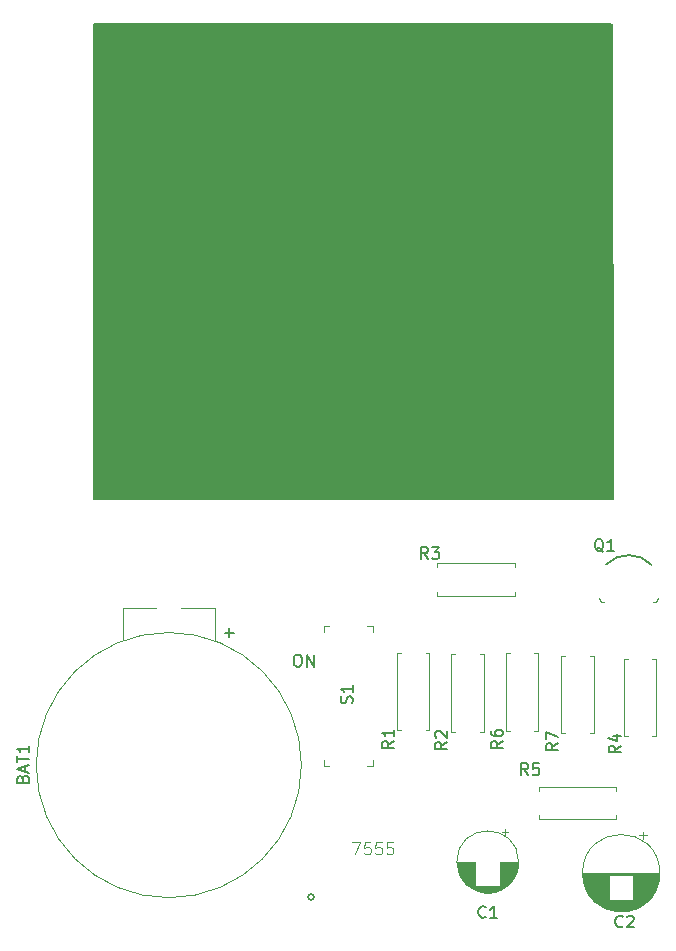
<source format=gbr>
%TF.GenerationSoftware,KiCad,Pcbnew,7.0.6*%
%TF.CreationDate,2024-05-29T23:10:09-05:00*%
%TF.ProjectId,My_kikad,4d795f6b-696b-4616-942e-6b696361645f,V01*%
%TF.SameCoordinates,Original*%
%TF.FileFunction,Legend,Top*%
%TF.FilePolarity,Positive*%
%FSLAX46Y46*%
G04 Gerber Fmt 4.6, Leading zero omitted, Abs format (unit mm)*
G04 Created by KiCad (PCBNEW 7.0.6) date 2024-05-29 23:10:09*
%MOMM*%
%LPD*%
G01*
G04 APERTURE LIST*
%ADD10C,0.150000*%
%ADD11C,0.100000*%
%ADD12C,0.120000*%
%ADD13C,0.203200*%
G04 APERTURE END LIST*
D10*
X143136779Y-101688866D02*
X143898684Y-101688866D01*
X143517731Y-102069819D02*
X143517731Y-101307914D01*
X149227255Y-103569819D02*
X149417731Y-103569819D01*
X149417731Y-103569819D02*
X149512969Y-103617438D01*
X149512969Y-103617438D02*
X149608207Y-103712676D01*
X149608207Y-103712676D02*
X149655826Y-103903152D01*
X149655826Y-103903152D02*
X149655826Y-104236485D01*
X149655826Y-104236485D02*
X149608207Y-104426961D01*
X149608207Y-104426961D02*
X149512969Y-104522200D01*
X149512969Y-104522200D02*
X149417731Y-104569819D01*
X149417731Y-104569819D02*
X149227255Y-104569819D01*
X149227255Y-104569819D02*
X149132017Y-104522200D01*
X149132017Y-104522200D02*
X149036779Y-104426961D01*
X149036779Y-104426961D02*
X148989160Y-104236485D01*
X148989160Y-104236485D02*
X148989160Y-103903152D01*
X148989160Y-103903152D02*
X149036779Y-103712676D01*
X149036779Y-103712676D02*
X149132017Y-103617438D01*
X149132017Y-103617438D02*
X149227255Y-103569819D01*
X150084398Y-104569819D02*
X150084398Y-103569819D01*
X150084398Y-103569819D02*
X150655826Y-104569819D01*
X150655826Y-104569819D02*
X150655826Y-103569819D01*
X161954819Y-110966666D02*
X161478628Y-111299999D01*
X161954819Y-111538094D02*
X160954819Y-111538094D01*
X160954819Y-111538094D02*
X160954819Y-111157142D01*
X160954819Y-111157142D02*
X161002438Y-111061904D01*
X161002438Y-111061904D02*
X161050057Y-111014285D01*
X161050057Y-111014285D02*
X161145295Y-110966666D01*
X161145295Y-110966666D02*
X161288152Y-110966666D01*
X161288152Y-110966666D02*
X161383390Y-111014285D01*
X161383390Y-111014285D02*
X161431009Y-111061904D01*
X161431009Y-111061904D02*
X161478628Y-111157142D01*
X161478628Y-111157142D02*
X161478628Y-111538094D01*
X161050057Y-110585713D02*
X161002438Y-110538094D01*
X161002438Y-110538094D02*
X160954819Y-110442856D01*
X160954819Y-110442856D02*
X160954819Y-110204761D01*
X160954819Y-110204761D02*
X161002438Y-110109523D01*
X161002438Y-110109523D02*
X161050057Y-110061904D01*
X161050057Y-110061904D02*
X161145295Y-110014285D01*
X161145295Y-110014285D02*
X161240533Y-110014285D01*
X161240533Y-110014285D02*
X161383390Y-110061904D01*
X161383390Y-110061904D02*
X161954819Y-110633332D01*
X161954819Y-110633332D02*
X161954819Y-110014285D01*
X160594819Y-72708094D02*
X159594819Y-72708094D01*
X159594819Y-72708094D02*
X159594819Y-72469999D01*
X159594819Y-72469999D02*
X159642438Y-72327142D01*
X159642438Y-72327142D02*
X159737676Y-72231904D01*
X159737676Y-72231904D02*
X159832914Y-72184285D01*
X159832914Y-72184285D02*
X160023390Y-72136666D01*
X160023390Y-72136666D02*
X160166247Y-72136666D01*
X160166247Y-72136666D02*
X160356723Y-72184285D01*
X160356723Y-72184285D02*
X160451961Y-72231904D01*
X160451961Y-72231904D02*
X160547200Y-72327142D01*
X160547200Y-72327142D02*
X160594819Y-72469999D01*
X160594819Y-72469999D02*
X160594819Y-72708094D01*
X159690057Y-71755713D02*
X159642438Y-71708094D01*
X159642438Y-71708094D02*
X159594819Y-71612856D01*
X159594819Y-71612856D02*
X159594819Y-71374761D01*
X159594819Y-71374761D02*
X159642438Y-71279523D01*
X159642438Y-71279523D02*
X159690057Y-71231904D01*
X159690057Y-71231904D02*
X159785295Y-71184285D01*
X159785295Y-71184285D02*
X159880533Y-71184285D01*
X159880533Y-71184285D02*
X160023390Y-71231904D01*
X160023390Y-71231904D02*
X160594819Y-71803332D01*
X160594819Y-71803332D02*
X160594819Y-71184285D01*
X160333333Y-95454819D02*
X160000000Y-94978628D01*
X159761905Y-95454819D02*
X159761905Y-94454819D01*
X159761905Y-94454819D02*
X160142857Y-94454819D01*
X160142857Y-94454819D02*
X160238095Y-94502438D01*
X160238095Y-94502438D02*
X160285714Y-94550057D01*
X160285714Y-94550057D02*
X160333333Y-94645295D01*
X160333333Y-94645295D02*
X160333333Y-94788152D01*
X160333333Y-94788152D02*
X160285714Y-94883390D01*
X160285714Y-94883390D02*
X160238095Y-94931009D01*
X160238095Y-94931009D02*
X160142857Y-94978628D01*
X160142857Y-94978628D02*
X159761905Y-94978628D01*
X160666667Y-94454819D02*
X161285714Y-94454819D01*
X161285714Y-94454819D02*
X160952381Y-94835771D01*
X160952381Y-94835771D02*
X161095238Y-94835771D01*
X161095238Y-94835771D02*
X161190476Y-94883390D01*
X161190476Y-94883390D02*
X161238095Y-94931009D01*
X161238095Y-94931009D02*
X161285714Y-95026247D01*
X161285714Y-95026247D02*
X161285714Y-95264342D01*
X161285714Y-95264342D02*
X161238095Y-95359580D01*
X161238095Y-95359580D02*
X161190476Y-95407200D01*
X161190476Y-95407200D02*
X161095238Y-95454819D01*
X161095238Y-95454819D02*
X160809524Y-95454819D01*
X160809524Y-95454819D02*
X160714286Y-95407200D01*
X160714286Y-95407200D02*
X160666667Y-95359580D01*
X176654819Y-111266666D02*
X176178628Y-111599999D01*
X176654819Y-111838094D02*
X175654819Y-111838094D01*
X175654819Y-111838094D02*
X175654819Y-111457142D01*
X175654819Y-111457142D02*
X175702438Y-111361904D01*
X175702438Y-111361904D02*
X175750057Y-111314285D01*
X175750057Y-111314285D02*
X175845295Y-111266666D01*
X175845295Y-111266666D02*
X175988152Y-111266666D01*
X175988152Y-111266666D02*
X176083390Y-111314285D01*
X176083390Y-111314285D02*
X176131009Y-111361904D01*
X176131009Y-111361904D02*
X176178628Y-111457142D01*
X176178628Y-111457142D02*
X176178628Y-111838094D01*
X175988152Y-110409523D02*
X176654819Y-110409523D01*
X175607200Y-110647618D02*
X176321485Y-110885713D01*
X176321485Y-110885713D02*
X176321485Y-110266666D01*
D11*
X153938095Y-119457419D02*
X154604761Y-119457419D01*
X154604761Y-119457419D02*
X154176190Y-120457419D01*
X155461904Y-119457419D02*
X154985714Y-119457419D01*
X154985714Y-119457419D02*
X154938095Y-119933609D01*
X154938095Y-119933609D02*
X154985714Y-119885990D01*
X154985714Y-119885990D02*
X155080952Y-119838371D01*
X155080952Y-119838371D02*
X155319047Y-119838371D01*
X155319047Y-119838371D02*
X155414285Y-119885990D01*
X155414285Y-119885990D02*
X155461904Y-119933609D01*
X155461904Y-119933609D02*
X155509523Y-120028847D01*
X155509523Y-120028847D02*
X155509523Y-120266942D01*
X155509523Y-120266942D02*
X155461904Y-120362180D01*
X155461904Y-120362180D02*
X155414285Y-120409800D01*
X155414285Y-120409800D02*
X155319047Y-120457419D01*
X155319047Y-120457419D02*
X155080952Y-120457419D01*
X155080952Y-120457419D02*
X154985714Y-120409800D01*
X154985714Y-120409800D02*
X154938095Y-120362180D01*
X156414285Y-119457419D02*
X155938095Y-119457419D01*
X155938095Y-119457419D02*
X155890476Y-119933609D01*
X155890476Y-119933609D02*
X155938095Y-119885990D01*
X155938095Y-119885990D02*
X156033333Y-119838371D01*
X156033333Y-119838371D02*
X156271428Y-119838371D01*
X156271428Y-119838371D02*
X156366666Y-119885990D01*
X156366666Y-119885990D02*
X156414285Y-119933609D01*
X156414285Y-119933609D02*
X156461904Y-120028847D01*
X156461904Y-120028847D02*
X156461904Y-120266942D01*
X156461904Y-120266942D02*
X156414285Y-120362180D01*
X156414285Y-120362180D02*
X156366666Y-120409800D01*
X156366666Y-120409800D02*
X156271428Y-120457419D01*
X156271428Y-120457419D02*
X156033333Y-120457419D01*
X156033333Y-120457419D02*
X155938095Y-120409800D01*
X155938095Y-120409800D02*
X155890476Y-120362180D01*
X157366666Y-119457419D02*
X156890476Y-119457419D01*
X156890476Y-119457419D02*
X156842857Y-119933609D01*
X156842857Y-119933609D02*
X156890476Y-119885990D01*
X156890476Y-119885990D02*
X156985714Y-119838371D01*
X156985714Y-119838371D02*
X157223809Y-119838371D01*
X157223809Y-119838371D02*
X157319047Y-119885990D01*
X157319047Y-119885990D02*
X157366666Y-119933609D01*
X157366666Y-119933609D02*
X157414285Y-120028847D01*
X157414285Y-120028847D02*
X157414285Y-120266942D01*
X157414285Y-120266942D02*
X157366666Y-120362180D01*
X157366666Y-120362180D02*
X157319047Y-120409800D01*
X157319047Y-120409800D02*
X157223809Y-120457419D01*
X157223809Y-120457419D02*
X156985714Y-120457419D01*
X156985714Y-120457419D02*
X156890476Y-120409800D01*
X156890476Y-120409800D02*
X156842857Y-120362180D01*
D10*
X126024709Y-114061425D02*
X126072328Y-113918568D01*
X126072328Y-113918568D02*
X126119947Y-113870949D01*
X126119947Y-113870949D02*
X126215185Y-113823330D01*
X126215185Y-113823330D02*
X126358042Y-113823330D01*
X126358042Y-113823330D02*
X126453280Y-113870949D01*
X126453280Y-113870949D02*
X126500900Y-113918568D01*
X126500900Y-113918568D02*
X126548519Y-114013806D01*
X126548519Y-114013806D02*
X126548519Y-114394758D01*
X126548519Y-114394758D02*
X125548519Y-114394758D01*
X125548519Y-114394758D02*
X125548519Y-114061425D01*
X125548519Y-114061425D02*
X125596138Y-113966187D01*
X125596138Y-113966187D02*
X125643757Y-113918568D01*
X125643757Y-113918568D02*
X125738995Y-113870949D01*
X125738995Y-113870949D02*
X125834233Y-113870949D01*
X125834233Y-113870949D02*
X125929471Y-113918568D01*
X125929471Y-113918568D02*
X125977090Y-113966187D01*
X125977090Y-113966187D02*
X126024709Y-114061425D01*
X126024709Y-114061425D02*
X126024709Y-114394758D01*
X126262804Y-113442377D02*
X126262804Y-112966187D01*
X126548519Y-113537615D02*
X125548519Y-113204282D01*
X125548519Y-113204282D02*
X126548519Y-112870949D01*
X125548519Y-112680472D02*
X125548519Y-112109044D01*
X126548519Y-112394758D02*
X125548519Y-112394758D01*
X126548519Y-111251901D02*
X126548519Y-111823329D01*
X126548519Y-111537615D02*
X125548519Y-111537615D01*
X125548519Y-111537615D02*
X125691376Y-111632853D01*
X125691376Y-111632853D02*
X125786614Y-111728091D01*
X125786614Y-111728091D02*
X125834233Y-111823329D01*
X171354819Y-111066666D02*
X170878628Y-111399999D01*
X171354819Y-111638094D02*
X170354819Y-111638094D01*
X170354819Y-111638094D02*
X170354819Y-111257142D01*
X170354819Y-111257142D02*
X170402438Y-111161904D01*
X170402438Y-111161904D02*
X170450057Y-111114285D01*
X170450057Y-111114285D02*
X170545295Y-111066666D01*
X170545295Y-111066666D02*
X170688152Y-111066666D01*
X170688152Y-111066666D02*
X170783390Y-111114285D01*
X170783390Y-111114285D02*
X170831009Y-111161904D01*
X170831009Y-111161904D02*
X170878628Y-111257142D01*
X170878628Y-111257142D02*
X170878628Y-111638094D01*
X170354819Y-110733332D02*
X170354819Y-110066666D01*
X170354819Y-110066666D02*
X171354819Y-110495237D01*
X165233333Y-125759580D02*
X165185714Y-125807200D01*
X165185714Y-125807200D02*
X165042857Y-125854819D01*
X165042857Y-125854819D02*
X164947619Y-125854819D01*
X164947619Y-125854819D02*
X164804762Y-125807200D01*
X164804762Y-125807200D02*
X164709524Y-125711961D01*
X164709524Y-125711961D02*
X164661905Y-125616723D01*
X164661905Y-125616723D02*
X164614286Y-125426247D01*
X164614286Y-125426247D02*
X164614286Y-125283390D01*
X164614286Y-125283390D02*
X164661905Y-125092914D01*
X164661905Y-125092914D02*
X164709524Y-124997676D01*
X164709524Y-124997676D02*
X164804762Y-124902438D01*
X164804762Y-124902438D02*
X164947619Y-124854819D01*
X164947619Y-124854819D02*
X165042857Y-124854819D01*
X165042857Y-124854819D02*
X165185714Y-124902438D01*
X165185714Y-124902438D02*
X165233333Y-124950057D01*
X166185714Y-125854819D02*
X165614286Y-125854819D01*
X165900000Y-125854819D02*
X165900000Y-124854819D01*
X165900000Y-124854819D02*
X165804762Y-124997676D01*
X165804762Y-124997676D02*
X165709524Y-125092914D01*
X165709524Y-125092914D02*
X165614286Y-125140533D01*
X153907200Y-107661904D02*
X153954819Y-107519047D01*
X153954819Y-107519047D02*
X153954819Y-107280952D01*
X153954819Y-107280952D02*
X153907200Y-107185714D01*
X153907200Y-107185714D02*
X153859580Y-107138095D01*
X153859580Y-107138095D02*
X153764342Y-107090476D01*
X153764342Y-107090476D02*
X153669104Y-107090476D01*
X153669104Y-107090476D02*
X153573866Y-107138095D01*
X153573866Y-107138095D02*
X153526247Y-107185714D01*
X153526247Y-107185714D02*
X153478628Y-107280952D01*
X153478628Y-107280952D02*
X153431009Y-107471428D01*
X153431009Y-107471428D02*
X153383390Y-107566666D01*
X153383390Y-107566666D02*
X153335771Y-107614285D01*
X153335771Y-107614285D02*
X153240533Y-107661904D01*
X153240533Y-107661904D02*
X153145295Y-107661904D01*
X153145295Y-107661904D02*
X153050057Y-107614285D01*
X153050057Y-107614285D02*
X153002438Y-107566666D01*
X153002438Y-107566666D02*
X152954819Y-107471428D01*
X152954819Y-107471428D02*
X152954819Y-107233333D01*
X152954819Y-107233333D02*
X153002438Y-107090476D01*
X153954819Y-106138095D02*
X153954819Y-106709523D01*
X153954819Y-106423809D02*
X152954819Y-106423809D01*
X152954819Y-106423809D02*
X153097676Y-106519047D01*
X153097676Y-106519047D02*
X153192914Y-106614285D01*
X153192914Y-106614285D02*
X153240533Y-106709523D01*
X157454819Y-110866666D02*
X156978628Y-111199999D01*
X157454819Y-111438094D02*
X156454819Y-111438094D01*
X156454819Y-111438094D02*
X156454819Y-111057142D01*
X156454819Y-111057142D02*
X156502438Y-110961904D01*
X156502438Y-110961904D02*
X156550057Y-110914285D01*
X156550057Y-110914285D02*
X156645295Y-110866666D01*
X156645295Y-110866666D02*
X156788152Y-110866666D01*
X156788152Y-110866666D02*
X156883390Y-110914285D01*
X156883390Y-110914285D02*
X156931009Y-110961904D01*
X156931009Y-110961904D02*
X156978628Y-111057142D01*
X156978628Y-111057142D02*
X156978628Y-111438094D01*
X157454819Y-109914285D02*
X157454819Y-110485713D01*
X157454819Y-110199999D02*
X156454819Y-110199999D01*
X156454819Y-110199999D02*
X156597676Y-110295237D01*
X156597676Y-110295237D02*
X156692914Y-110390475D01*
X156692914Y-110390475D02*
X156740533Y-110485713D01*
X168833333Y-113754819D02*
X168500000Y-113278628D01*
X168261905Y-113754819D02*
X168261905Y-112754819D01*
X168261905Y-112754819D02*
X168642857Y-112754819D01*
X168642857Y-112754819D02*
X168738095Y-112802438D01*
X168738095Y-112802438D02*
X168785714Y-112850057D01*
X168785714Y-112850057D02*
X168833333Y-112945295D01*
X168833333Y-112945295D02*
X168833333Y-113088152D01*
X168833333Y-113088152D02*
X168785714Y-113183390D01*
X168785714Y-113183390D02*
X168738095Y-113231009D01*
X168738095Y-113231009D02*
X168642857Y-113278628D01*
X168642857Y-113278628D02*
X168261905Y-113278628D01*
X169738095Y-112754819D02*
X169261905Y-112754819D01*
X169261905Y-112754819D02*
X169214286Y-113231009D01*
X169214286Y-113231009D02*
X169261905Y-113183390D01*
X169261905Y-113183390D02*
X169357143Y-113135771D01*
X169357143Y-113135771D02*
X169595238Y-113135771D01*
X169595238Y-113135771D02*
X169690476Y-113183390D01*
X169690476Y-113183390D02*
X169738095Y-113231009D01*
X169738095Y-113231009D02*
X169785714Y-113326247D01*
X169785714Y-113326247D02*
X169785714Y-113564342D01*
X169785714Y-113564342D02*
X169738095Y-113659580D01*
X169738095Y-113659580D02*
X169690476Y-113707200D01*
X169690476Y-113707200D02*
X169595238Y-113754819D01*
X169595238Y-113754819D02*
X169357143Y-113754819D01*
X169357143Y-113754819D02*
X169261905Y-113707200D01*
X169261905Y-113707200D02*
X169214286Y-113659580D01*
X144194819Y-72708094D02*
X143194819Y-72708094D01*
X143194819Y-72708094D02*
X143194819Y-72469999D01*
X143194819Y-72469999D02*
X143242438Y-72327142D01*
X143242438Y-72327142D02*
X143337676Y-72231904D01*
X143337676Y-72231904D02*
X143432914Y-72184285D01*
X143432914Y-72184285D02*
X143623390Y-72136666D01*
X143623390Y-72136666D02*
X143766247Y-72136666D01*
X143766247Y-72136666D02*
X143956723Y-72184285D01*
X143956723Y-72184285D02*
X144051961Y-72231904D01*
X144051961Y-72231904D02*
X144147200Y-72327142D01*
X144147200Y-72327142D02*
X144194819Y-72469999D01*
X144194819Y-72469999D02*
X144194819Y-72708094D01*
X144194819Y-71184285D02*
X144194819Y-71755713D01*
X144194819Y-71469999D02*
X143194819Y-71469999D01*
X143194819Y-71469999D02*
X143337676Y-71565237D01*
X143337676Y-71565237D02*
X143432914Y-71660475D01*
X143432914Y-71660475D02*
X143480533Y-71755713D01*
X176833333Y-126559580D02*
X176785714Y-126607200D01*
X176785714Y-126607200D02*
X176642857Y-126654819D01*
X176642857Y-126654819D02*
X176547619Y-126654819D01*
X176547619Y-126654819D02*
X176404762Y-126607200D01*
X176404762Y-126607200D02*
X176309524Y-126511961D01*
X176309524Y-126511961D02*
X176261905Y-126416723D01*
X176261905Y-126416723D02*
X176214286Y-126226247D01*
X176214286Y-126226247D02*
X176214286Y-126083390D01*
X176214286Y-126083390D02*
X176261905Y-125892914D01*
X176261905Y-125892914D02*
X176309524Y-125797676D01*
X176309524Y-125797676D02*
X176404762Y-125702438D01*
X176404762Y-125702438D02*
X176547619Y-125654819D01*
X176547619Y-125654819D02*
X176642857Y-125654819D01*
X176642857Y-125654819D02*
X176785714Y-125702438D01*
X176785714Y-125702438D02*
X176833333Y-125750057D01*
X177214286Y-125750057D02*
X177261905Y-125702438D01*
X177261905Y-125702438D02*
X177357143Y-125654819D01*
X177357143Y-125654819D02*
X177595238Y-125654819D01*
X177595238Y-125654819D02*
X177690476Y-125702438D01*
X177690476Y-125702438D02*
X177738095Y-125750057D01*
X177738095Y-125750057D02*
X177785714Y-125845295D01*
X177785714Y-125845295D02*
X177785714Y-125940533D01*
X177785714Y-125940533D02*
X177738095Y-126083390D01*
X177738095Y-126083390D02*
X177166667Y-126654819D01*
X177166667Y-126654819D02*
X177785714Y-126654819D01*
X175204761Y-94850057D02*
X175109523Y-94802438D01*
X175109523Y-94802438D02*
X175014285Y-94707200D01*
X175014285Y-94707200D02*
X174871428Y-94564342D01*
X174871428Y-94564342D02*
X174776190Y-94516723D01*
X174776190Y-94516723D02*
X174680952Y-94516723D01*
X174728571Y-94754819D02*
X174633333Y-94707200D01*
X174633333Y-94707200D02*
X174538095Y-94611961D01*
X174538095Y-94611961D02*
X174490476Y-94421485D01*
X174490476Y-94421485D02*
X174490476Y-94088152D01*
X174490476Y-94088152D02*
X174538095Y-93897676D01*
X174538095Y-93897676D02*
X174633333Y-93802438D01*
X174633333Y-93802438D02*
X174728571Y-93754819D01*
X174728571Y-93754819D02*
X174919047Y-93754819D01*
X174919047Y-93754819D02*
X175014285Y-93802438D01*
X175014285Y-93802438D02*
X175109523Y-93897676D01*
X175109523Y-93897676D02*
X175157142Y-94088152D01*
X175157142Y-94088152D02*
X175157142Y-94421485D01*
X175157142Y-94421485D02*
X175109523Y-94611961D01*
X175109523Y-94611961D02*
X175014285Y-94707200D01*
X175014285Y-94707200D02*
X174919047Y-94754819D01*
X174919047Y-94754819D02*
X174728571Y-94754819D01*
X176109523Y-94754819D02*
X175538095Y-94754819D01*
X175823809Y-94754819D02*
X175823809Y-93754819D01*
X175823809Y-93754819D02*
X175728571Y-93897676D01*
X175728571Y-93897676D02*
X175633333Y-93992914D01*
X175633333Y-93992914D02*
X175538095Y-94040533D01*
X166654819Y-110866666D02*
X166178628Y-111199999D01*
X166654819Y-111438094D02*
X165654819Y-111438094D01*
X165654819Y-111438094D02*
X165654819Y-111057142D01*
X165654819Y-111057142D02*
X165702438Y-110961904D01*
X165702438Y-110961904D02*
X165750057Y-110914285D01*
X165750057Y-110914285D02*
X165845295Y-110866666D01*
X165845295Y-110866666D02*
X165988152Y-110866666D01*
X165988152Y-110866666D02*
X166083390Y-110914285D01*
X166083390Y-110914285D02*
X166131009Y-110961904D01*
X166131009Y-110961904D02*
X166178628Y-111057142D01*
X166178628Y-111057142D02*
X166178628Y-111438094D01*
X165654819Y-110009523D02*
X165654819Y-110199999D01*
X165654819Y-110199999D02*
X165702438Y-110295237D01*
X165702438Y-110295237D02*
X165750057Y-110342856D01*
X165750057Y-110342856D02*
X165892914Y-110438094D01*
X165892914Y-110438094D02*
X166083390Y-110485713D01*
X166083390Y-110485713D02*
X166464342Y-110485713D01*
X166464342Y-110485713D02*
X166559580Y-110438094D01*
X166559580Y-110438094D02*
X166607200Y-110390475D01*
X166607200Y-110390475D02*
X166654819Y-110295237D01*
X166654819Y-110295237D02*
X166654819Y-110104761D01*
X166654819Y-110104761D02*
X166607200Y-110009523D01*
X166607200Y-110009523D02*
X166559580Y-109961904D01*
X166559580Y-109961904D02*
X166464342Y-109914285D01*
X166464342Y-109914285D02*
X166226247Y-109914285D01*
X166226247Y-109914285D02*
X166131009Y-109961904D01*
X166131009Y-109961904D02*
X166083390Y-110009523D01*
X166083390Y-110009523D02*
X166035771Y-110104761D01*
X166035771Y-110104761D02*
X166035771Y-110295237D01*
X166035771Y-110295237D02*
X166083390Y-110390475D01*
X166083390Y-110390475D02*
X166131009Y-110438094D01*
X166131009Y-110438094D02*
X166226247Y-110485713D01*
D12*
%TO.C,R2*%
X165070000Y-103530000D02*
X165070000Y-110070000D01*
X164740000Y-103530000D02*
X165070000Y-103530000D01*
X162660000Y-103530000D02*
X162330000Y-103530000D01*
X162330000Y-103530000D02*
X162330000Y-110070000D01*
X165070000Y-110070000D02*
X164740000Y-110070000D01*
X162330000Y-110070000D02*
X162660000Y-110070000D01*
%TO.C,D2*%
X161864000Y-73530000D02*
X162020000Y-73530000D01*
X164180000Y-73530000D02*
X164336000Y-73530000D01*
X162021392Y-70297666D02*
G75*
G03*
X161864485Y-73529999I1078608J-1672334D01*
G01*
X162020164Y-70928871D02*
G75*
G03*
X162020001Y-73010960I1079836J-1041129D01*
G01*
X164179999Y-73010960D02*
G75*
G03*
X164179836Y-70928871I-1079999J1040960D01*
G01*
X164335515Y-73529999D02*
G75*
G03*
X164178608Y-70297666I-1235515J1559999D01*
G01*
%TO.C,R3*%
X161140000Y-95830000D02*
X167680000Y-95830000D01*
X161140000Y-96160000D02*
X161140000Y-95830000D01*
X161140000Y-98240000D02*
X161140000Y-98570000D01*
X161140000Y-98570000D02*
X167680000Y-98570000D01*
X167680000Y-95830000D02*
X167680000Y-96160000D01*
X167680000Y-98570000D02*
X167680000Y-98240000D01*
%TO.C,R4*%
X176930000Y-110460000D02*
X176930000Y-103920000D01*
X177260000Y-110460000D02*
X176930000Y-110460000D01*
X179340000Y-110460000D02*
X179670000Y-110460000D01*
X179670000Y-110460000D02*
X179670000Y-103920000D01*
X176930000Y-103920000D02*
X177260000Y-103920000D01*
X179670000Y-103920000D02*
X179340000Y-103920000D01*
D13*
%TO.C,7555*%
X150690000Y-124074000D02*
G75*
G03*
X150690000Y-124074000I-254000J0D01*
G01*
D11*
%TO.C,BAT1*%
X134488400Y-102341700D02*
X134488400Y-99598500D01*
X142311600Y-102341700D02*
X142311600Y-99598500D01*
X134488400Y-99598500D02*
X137333200Y-99598500D01*
X142311600Y-99598500D02*
X139466800Y-99598500D01*
X149626800Y-112908100D02*
G75*
G03*
X149626800Y-112908100I-11226800J0D01*
G01*
D12*
%TO.C,R7*%
X174370000Y-103640000D02*
X174370000Y-110180000D01*
X174040000Y-103640000D02*
X174370000Y-103640000D01*
X171960000Y-103640000D02*
X171630000Y-103640000D01*
X171630000Y-103640000D02*
X171630000Y-110180000D01*
X174370000Y-110180000D02*
X174040000Y-110180000D01*
X171630000Y-110180000D02*
X171960000Y-110180000D01*
%TO.C,C1*%
X166875000Y-118295225D02*
X166875000Y-118795225D01*
X167125000Y-118545225D02*
X166625000Y-118545225D01*
X167980000Y-121100000D02*
X166440000Y-121100000D01*
X164360000Y-121100000D02*
X162820000Y-121100000D01*
X167980000Y-121140000D02*
X166440000Y-121140000D01*
X164360000Y-121140000D02*
X162820000Y-121140000D01*
X167979000Y-121180000D02*
X166440000Y-121180000D01*
X164360000Y-121180000D02*
X162821000Y-121180000D01*
X167978000Y-121220000D02*
X166440000Y-121220000D01*
X164360000Y-121220000D02*
X162822000Y-121220000D01*
X167976000Y-121260000D02*
X166440000Y-121260000D01*
X164360000Y-121260000D02*
X162824000Y-121260000D01*
X167973000Y-121300000D02*
X166440000Y-121300000D01*
X164360000Y-121300000D02*
X162827000Y-121300000D01*
X167969000Y-121340000D02*
X166440000Y-121340000D01*
X164360000Y-121340000D02*
X162831000Y-121340000D01*
X167965000Y-121380000D02*
X166440000Y-121380000D01*
X164360000Y-121380000D02*
X162835000Y-121380000D01*
X167961000Y-121420000D02*
X166440000Y-121420000D01*
X164360000Y-121420000D02*
X162839000Y-121420000D01*
X167956000Y-121460000D02*
X166440000Y-121460000D01*
X164360000Y-121460000D02*
X162844000Y-121460000D01*
X167950000Y-121500000D02*
X166440000Y-121500000D01*
X164360000Y-121500000D02*
X162850000Y-121500000D01*
X167943000Y-121540000D02*
X166440000Y-121540000D01*
X164360000Y-121540000D02*
X162857000Y-121540000D01*
X167936000Y-121580000D02*
X166440000Y-121580000D01*
X164360000Y-121580000D02*
X162864000Y-121580000D01*
X167928000Y-121620000D02*
X166440000Y-121620000D01*
X164360000Y-121620000D02*
X162872000Y-121620000D01*
X167920000Y-121660000D02*
X166440000Y-121660000D01*
X164360000Y-121660000D02*
X162880000Y-121660000D01*
X167911000Y-121700000D02*
X166440000Y-121700000D01*
X164360000Y-121700000D02*
X162889000Y-121700000D01*
X167901000Y-121740000D02*
X166440000Y-121740000D01*
X164360000Y-121740000D02*
X162899000Y-121740000D01*
X167891000Y-121780000D02*
X166440000Y-121780000D01*
X164360000Y-121780000D02*
X162909000Y-121780000D01*
X167880000Y-121821000D02*
X166440000Y-121821000D01*
X164360000Y-121821000D02*
X162920000Y-121821000D01*
X167868000Y-121861000D02*
X166440000Y-121861000D01*
X164360000Y-121861000D02*
X162932000Y-121861000D01*
X167855000Y-121901000D02*
X166440000Y-121901000D01*
X164360000Y-121901000D02*
X162945000Y-121901000D01*
X167842000Y-121941000D02*
X166440000Y-121941000D01*
X164360000Y-121941000D02*
X162958000Y-121941000D01*
X167828000Y-121981000D02*
X166440000Y-121981000D01*
X164360000Y-121981000D02*
X162972000Y-121981000D01*
X167814000Y-122021000D02*
X166440000Y-122021000D01*
X164360000Y-122021000D02*
X162986000Y-122021000D01*
X167798000Y-122061000D02*
X166440000Y-122061000D01*
X164360000Y-122061000D02*
X163002000Y-122061000D01*
X167782000Y-122101000D02*
X166440000Y-122101000D01*
X164360000Y-122101000D02*
X163018000Y-122101000D01*
X167765000Y-122141000D02*
X166440000Y-122141000D01*
X164360000Y-122141000D02*
X163035000Y-122141000D01*
X167748000Y-122181000D02*
X166440000Y-122181000D01*
X164360000Y-122181000D02*
X163052000Y-122181000D01*
X167729000Y-122221000D02*
X166440000Y-122221000D01*
X164360000Y-122221000D02*
X163071000Y-122221000D01*
X167710000Y-122261000D02*
X166440000Y-122261000D01*
X164360000Y-122261000D02*
X163090000Y-122261000D01*
X167690000Y-122301000D02*
X166440000Y-122301000D01*
X164360000Y-122301000D02*
X163110000Y-122301000D01*
X167668000Y-122341000D02*
X166440000Y-122341000D01*
X164360000Y-122341000D02*
X163132000Y-122341000D01*
X167647000Y-122381000D02*
X166440000Y-122381000D01*
X164360000Y-122381000D02*
X163153000Y-122381000D01*
X167624000Y-122421000D02*
X166440000Y-122421000D01*
X164360000Y-122421000D02*
X163176000Y-122421000D01*
X167600000Y-122461000D02*
X166440000Y-122461000D01*
X164360000Y-122461000D02*
X163200000Y-122461000D01*
X167575000Y-122501000D02*
X166440000Y-122501000D01*
X164360000Y-122501000D02*
X163225000Y-122501000D01*
X167549000Y-122541000D02*
X166440000Y-122541000D01*
X164360000Y-122541000D02*
X163251000Y-122541000D01*
X167522000Y-122581000D02*
X166440000Y-122581000D01*
X164360000Y-122581000D02*
X163278000Y-122581000D01*
X167495000Y-122621000D02*
X166440000Y-122621000D01*
X164360000Y-122621000D02*
X163305000Y-122621000D01*
X167465000Y-122661000D02*
X166440000Y-122661000D01*
X164360000Y-122661000D02*
X163335000Y-122661000D01*
X167435000Y-122701000D02*
X166440000Y-122701000D01*
X164360000Y-122701000D02*
X163365000Y-122701000D01*
X167404000Y-122741000D02*
X166440000Y-122741000D01*
X164360000Y-122741000D02*
X163396000Y-122741000D01*
X167371000Y-122781000D02*
X166440000Y-122781000D01*
X164360000Y-122781000D02*
X163429000Y-122781000D01*
X167337000Y-122821000D02*
X166440000Y-122821000D01*
X164360000Y-122821000D02*
X163463000Y-122821000D01*
X167301000Y-122861000D02*
X166440000Y-122861000D01*
X164360000Y-122861000D02*
X163499000Y-122861000D01*
X167264000Y-122901000D02*
X166440000Y-122901000D01*
X164360000Y-122901000D02*
X163536000Y-122901000D01*
X167226000Y-122941000D02*
X166440000Y-122941000D01*
X164360000Y-122941000D02*
X163574000Y-122941000D01*
X167185000Y-122981000D02*
X166440000Y-122981000D01*
X164360000Y-122981000D02*
X163615000Y-122981000D01*
X167143000Y-123021000D02*
X166440000Y-123021000D01*
X164360000Y-123021000D02*
X163657000Y-123021000D01*
X167099000Y-123061000D02*
X166440000Y-123061000D01*
X164360000Y-123061000D02*
X163701000Y-123061000D01*
X167053000Y-123101000D02*
X166440000Y-123101000D01*
X164360000Y-123101000D02*
X163747000Y-123101000D01*
X167005000Y-123141000D02*
X163795000Y-123141000D01*
X166954000Y-123181000D02*
X163846000Y-123181000D01*
X166900000Y-123221000D02*
X163900000Y-123221000D01*
X166843000Y-123261000D02*
X163957000Y-123261000D01*
X166783000Y-123301000D02*
X164017000Y-123301000D01*
X166719000Y-123341000D02*
X164081000Y-123341000D01*
X166651000Y-123381000D02*
X164149000Y-123381000D01*
X166578000Y-123421000D02*
X164222000Y-123421000D01*
X166498000Y-123461000D02*
X164302000Y-123461000D01*
X166411000Y-123501000D02*
X164389000Y-123501000D01*
X166315000Y-123541000D02*
X164485000Y-123541000D01*
X166205000Y-123581000D02*
X164595000Y-123581000D01*
X166077000Y-123621000D02*
X164723000Y-123621000D01*
X165918000Y-123661000D02*
X164882000Y-123661000D01*
X165684000Y-123701000D02*
X165116000Y-123701000D01*
X168020000Y-121100000D02*
G75*
G03*
X168020000Y-121100000I-2620000J0D01*
G01*
D11*
%TO.C,S1*%
X151500000Y-113000000D02*
X152000000Y-113000000D01*
X151500000Y-113000000D02*
X151500000Y-112500000D01*
X155700000Y-113000000D02*
X155200000Y-113000000D01*
X155700000Y-113000000D02*
X155700000Y-112500000D01*
X151500000Y-101100000D02*
X151500000Y-101600000D01*
X151500000Y-101100000D02*
X152000000Y-101100000D01*
X155700000Y-101100000D02*
X155700000Y-101600000D01*
X155700000Y-101100000D02*
X155200000Y-101100000D01*
D12*
%TO.C,R1*%
X160470000Y-103430000D02*
X160470000Y-109970000D01*
X160140000Y-103430000D02*
X160470000Y-103430000D01*
X158060000Y-103430000D02*
X157730000Y-103430000D01*
X157730000Y-103430000D02*
X157730000Y-109970000D01*
X160470000Y-109970000D02*
X160140000Y-109970000D01*
X157730000Y-109970000D02*
X158060000Y-109970000D01*
%TO.C,R5*%
X169740000Y-114730000D02*
X176280000Y-114730000D01*
X169740000Y-115060000D02*
X169740000Y-114730000D01*
X169740000Y-117140000D02*
X169740000Y-117470000D01*
X169740000Y-117470000D02*
X176280000Y-117470000D01*
X176280000Y-114730000D02*
X176280000Y-115060000D01*
X176280000Y-117470000D02*
X176280000Y-117140000D01*
%TO.C,D1*%
X145464000Y-73530000D02*
X145620000Y-73530000D01*
X147780000Y-73530000D02*
X147936000Y-73530000D01*
X145621392Y-70297666D02*
G75*
G03*
X145464485Y-73529999I1078608J-1672334D01*
G01*
X145620164Y-70928871D02*
G75*
G03*
X145620001Y-73010960I1079836J-1041129D01*
G01*
X147779999Y-73010960D02*
G75*
G03*
X147779836Y-70928871I-1079999J1040960D01*
G01*
X147935515Y-73529999D02*
G75*
G03*
X147778608Y-70297666I-1235515J1559999D01*
G01*
%TO.C,C2*%
X178539000Y-118549759D02*
X178539000Y-119179759D01*
X178854000Y-118864759D02*
X178224000Y-118864759D01*
X179930000Y-122050000D02*
X173470000Y-122050000D01*
X179930000Y-122090000D02*
X173470000Y-122090000D01*
X179930000Y-122130000D02*
X173470000Y-122130000D01*
X179928000Y-122170000D02*
X173472000Y-122170000D01*
X179927000Y-122210000D02*
X173473000Y-122210000D01*
X179924000Y-122250000D02*
X173476000Y-122250000D01*
X179922000Y-122290000D02*
X177740000Y-122290000D01*
X175660000Y-122290000D02*
X173478000Y-122290000D01*
X179918000Y-122330000D02*
X177740000Y-122330000D01*
X175660000Y-122330000D02*
X173482000Y-122330000D01*
X179915000Y-122370000D02*
X177740000Y-122370000D01*
X175660000Y-122370000D02*
X173485000Y-122370000D01*
X179911000Y-122410000D02*
X177740000Y-122410000D01*
X175660000Y-122410000D02*
X173489000Y-122410000D01*
X179906000Y-122450000D02*
X177740000Y-122450000D01*
X175660000Y-122450000D02*
X173494000Y-122450000D01*
X179901000Y-122490000D02*
X177740000Y-122490000D01*
X175660000Y-122490000D02*
X173499000Y-122490000D01*
X179895000Y-122530000D02*
X177740000Y-122530000D01*
X175660000Y-122530000D02*
X173505000Y-122530000D01*
X179889000Y-122570000D02*
X177740000Y-122570000D01*
X175660000Y-122570000D02*
X173511000Y-122570000D01*
X179882000Y-122610000D02*
X177740000Y-122610000D01*
X175660000Y-122610000D02*
X173518000Y-122610000D01*
X179875000Y-122650000D02*
X177740000Y-122650000D01*
X175660000Y-122650000D02*
X173525000Y-122650000D01*
X179867000Y-122690000D02*
X177740000Y-122690000D01*
X175660000Y-122690000D02*
X173533000Y-122690000D01*
X179859000Y-122730000D02*
X177740000Y-122730000D01*
X175660000Y-122730000D02*
X173541000Y-122730000D01*
X179850000Y-122771000D02*
X177740000Y-122771000D01*
X175660000Y-122771000D02*
X173550000Y-122771000D01*
X179841000Y-122811000D02*
X177740000Y-122811000D01*
X175660000Y-122811000D02*
X173559000Y-122811000D01*
X179831000Y-122851000D02*
X177740000Y-122851000D01*
X175660000Y-122851000D02*
X173569000Y-122851000D01*
X179821000Y-122891000D02*
X177740000Y-122891000D01*
X175660000Y-122891000D02*
X173579000Y-122891000D01*
X179810000Y-122931000D02*
X177740000Y-122931000D01*
X175660000Y-122931000D02*
X173590000Y-122931000D01*
X179798000Y-122971000D02*
X177740000Y-122971000D01*
X175660000Y-122971000D02*
X173602000Y-122971000D01*
X179786000Y-123011000D02*
X177740000Y-123011000D01*
X175660000Y-123011000D02*
X173614000Y-123011000D01*
X179774000Y-123051000D02*
X177740000Y-123051000D01*
X175660000Y-123051000D02*
X173626000Y-123051000D01*
X179761000Y-123091000D02*
X177740000Y-123091000D01*
X175660000Y-123091000D02*
X173639000Y-123091000D01*
X179747000Y-123131000D02*
X177740000Y-123131000D01*
X175660000Y-123131000D02*
X173653000Y-123131000D01*
X179733000Y-123171000D02*
X177740000Y-123171000D01*
X175660000Y-123171000D02*
X173667000Y-123171000D01*
X179718000Y-123211000D02*
X177740000Y-123211000D01*
X175660000Y-123211000D02*
X173682000Y-123211000D01*
X179702000Y-123251000D02*
X177740000Y-123251000D01*
X175660000Y-123251000D02*
X173698000Y-123251000D01*
X179686000Y-123291000D02*
X177740000Y-123291000D01*
X175660000Y-123291000D02*
X173714000Y-123291000D01*
X179670000Y-123331000D02*
X177740000Y-123331000D01*
X175660000Y-123331000D02*
X173730000Y-123331000D01*
X179652000Y-123371000D02*
X177740000Y-123371000D01*
X175660000Y-123371000D02*
X173748000Y-123371000D01*
X179634000Y-123411000D02*
X177740000Y-123411000D01*
X175660000Y-123411000D02*
X173766000Y-123411000D01*
X179616000Y-123451000D02*
X177740000Y-123451000D01*
X175660000Y-123451000D02*
X173784000Y-123451000D01*
X179596000Y-123491000D02*
X177740000Y-123491000D01*
X175660000Y-123491000D02*
X173804000Y-123491000D01*
X179576000Y-123531000D02*
X177740000Y-123531000D01*
X175660000Y-123531000D02*
X173824000Y-123531000D01*
X179556000Y-123571000D02*
X177740000Y-123571000D01*
X175660000Y-123571000D02*
X173844000Y-123571000D01*
X179534000Y-123611000D02*
X177740000Y-123611000D01*
X175660000Y-123611000D02*
X173866000Y-123611000D01*
X179512000Y-123651000D02*
X177740000Y-123651000D01*
X175660000Y-123651000D02*
X173888000Y-123651000D01*
X179490000Y-123691000D02*
X177740000Y-123691000D01*
X175660000Y-123691000D02*
X173910000Y-123691000D01*
X179466000Y-123731000D02*
X177740000Y-123731000D01*
X175660000Y-123731000D02*
X173934000Y-123731000D01*
X179442000Y-123771000D02*
X177740000Y-123771000D01*
X175660000Y-123771000D02*
X173958000Y-123771000D01*
X179416000Y-123811000D02*
X177740000Y-123811000D01*
X175660000Y-123811000D02*
X173984000Y-123811000D01*
X179390000Y-123851000D02*
X177740000Y-123851000D01*
X175660000Y-123851000D02*
X174010000Y-123851000D01*
X179364000Y-123891000D02*
X177740000Y-123891000D01*
X175660000Y-123891000D02*
X174036000Y-123891000D01*
X179336000Y-123931000D02*
X177740000Y-123931000D01*
X175660000Y-123931000D02*
X174064000Y-123931000D01*
X179307000Y-123971000D02*
X177740000Y-123971000D01*
X175660000Y-123971000D02*
X174093000Y-123971000D01*
X179278000Y-124011000D02*
X177740000Y-124011000D01*
X175660000Y-124011000D02*
X174122000Y-124011000D01*
X179248000Y-124051000D02*
X177740000Y-124051000D01*
X175660000Y-124051000D02*
X174152000Y-124051000D01*
X179216000Y-124091000D02*
X177740000Y-124091000D01*
X175660000Y-124091000D02*
X174184000Y-124091000D01*
X179184000Y-124131000D02*
X177740000Y-124131000D01*
X175660000Y-124131000D02*
X174216000Y-124131000D01*
X179150000Y-124171000D02*
X177740000Y-124171000D01*
X175660000Y-124171000D02*
X174250000Y-124171000D01*
X179116000Y-124211000D02*
X177740000Y-124211000D01*
X175660000Y-124211000D02*
X174284000Y-124211000D01*
X179080000Y-124251000D02*
X177740000Y-124251000D01*
X175660000Y-124251000D02*
X174320000Y-124251000D01*
X179043000Y-124291000D02*
X177740000Y-124291000D01*
X175660000Y-124291000D02*
X174357000Y-124291000D01*
X179005000Y-124331000D02*
X177740000Y-124331000D01*
X175660000Y-124331000D02*
X174395000Y-124331000D01*
X178965000Y-124371000D02*
X174435000Y-124371000D01*
X178924000Y-124411000D02*
X174476000Y-124411000D01*
X178882000Y-124451000D02*
X174518000Y-124451000D01*
X178837000Y-124491000D02*
X174563000Y-124491000D01*
X178792000Y-124531000D02*
X174608000Y-124531000D01*
X178744000Y-124571000D02*
X174656000Y-124571000D01*
X178695000Y-124611000D02*
X174705000Y-124611000D01*
X178644000Y-124651000D02*
X174756000Y-124651000D01*
X178590000Y-124691000D02*
X174810000Y-124691000D01*
X178534000Y-124731000D02*
X174866000Y-124731000D01*
X178476000Y-124771000D02*
X174924000Y-124771000D01*
X178414000Y-124811000D02*
X174986000Y-124811000D01*
X178350000Y-124851000D02*
X175050000Y-124851000D01*
X178281000Y-124891000D02*
X175119000Y-124891000D01*
X178209000Y-124931000D02*
X175191000Y-124931000D01*
X178132000Y-124971000D02*
X175268000Y-124971000D01*
X178050000Y-125011000D02*
X175350000Y-125011000D01*
X177962000Y-125051000D02*
X175438000Y-125051000D01*
X177865000Y-125091000D02*
X175535000Y-125091000D01*
X177759000Y-125131000D02*
X175641000Y-125131000D01*
X177640000Y-125171000D02*
X175760000Y-125171000D01*
X177502000Y-125211000D02*
X175898000Y-125211000D01*
X177333000Y-125251000D02*
X176067000Y-125251000D01*
X177102000Y-125291000D02*
X176298000Y-125291000D01*
X179970000Y-122050000D02*
G75*
G03*
X179970000Y-122050000I-3270000J0D01*
G01*
D11*
%TO.C,Q1*%
X174980000Y-99100000D02*
X174830000Y-98800000D01*
X175280000Y-99100000D02*
X174980000Y-99100000D01*
X179680000Y-99100000D02*
X179380000Y-99100000D01*
X179680000Y-99100000D02*
X179830000Y-98800000D01*
D10*
X179280000Y-95950000D02*
G75*
G03*
X175430000Y-95900000I-1950000J-1900000D01*
G01*
D12*
%TO.C,R6*%
X169670000Y-103440000D02*
X169670000Y-109980000D01*
X169340000Y-103440000D02*
X169670000Y-103440000D01*
X167260000Y-103440000D02*
X166930000Y-103440000D01*
X166930000Y-103440000D02*
X166930000Y-109980000D01*
X169670000Y-109980000D02*
X169340000Y-109980000D01*
X166930000Y-109980000D02*
X167260000Y-109980000D01*
%TD*%
G36*
X175942432Y-50120002D02*
G01*
X175988925Y-50173658D01*
X176000311Y-50225688D01*
X176099687Y-90373688D01*
X176079853Y-90441858D01*
X176026313Y-90488484D01*
X175973687Y-90500000D01*
X132126000Y-90500000D01*
X132057879Y-90479998D01*
X132011386Y-90426342D01*
X132000000Y-90374000D01*
X132000000Y-50226000D01*
X132020002Y-50157879D01*
X132073658Y-50111386D01*
X132126000Y-50100000D01*
X175874311Y-50100000D01*
X175942432Y-50120002D01*
G37*
M02*

</source>
